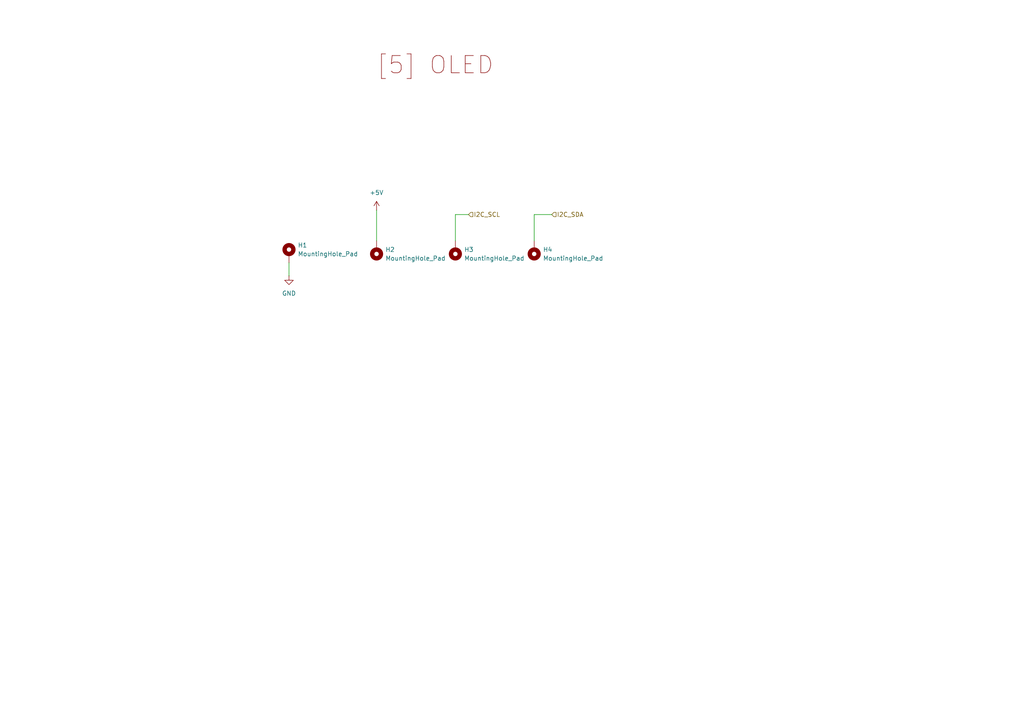
<source format=kicad_sch>
(kicad_sch (version 20231120) (generator "eeschema") (generator_version "8.0")
  (paper "A4")
  (lib_symbols
    (symbol "Mechanical:MountingHole_Pad" (pin_numbers hide) (pin_names (offset 1.016) hide) (exclude_from_sim yes) (in_bom no)
      (property "Reference" "H" (at 0 6.35 0))
      (property "Value" "MountingHole_Pad" (at 0 4.445 0))
      (symbol "MountingHole_Pad_0_1"
        (circle (center 0 1.27) (radius 1.27) (stroke (width 1.27)))
      )
      (symbol "MountingHole_Pad_1_1"
        (pin input line (at 0 -2.54 90) (length 2.54) (name "1") (number "1"))
      )
    )
    (symbol "power:+5V" (power) (pin_numbers hide) (pin_names (offset 0) hide)
      (property "Value" "+5V" (at 0 3.556 0))
      (symbol "+5V_0_1"
        (polyline (pts (xy -0.762 1.27) (xy 0 2.54)))
        (polyline (pts (xy 0 0) (xy 0 2.54)))
        (polyline (pts (xy 0 2.54) (xy 0.762 1.27)))
      )
      (symbol "+5V_1_1"
        (pin power_in line (at 0 0 90) (length 0) (name "~") (number "1"))
      )
    )
    (symbol "power:GND" (power) (pin_numbers hide) (pin_names (offset 0) hide)
      (property "Value" "GND" (at 0 -3.81 0))
      (symbol "GND_0_1"
        (polyline (pts (xy 0 0) (xy 0 -1.27) (xy 1.27 -1.27) (xy 0 -2.54) (xy -1.27 -1.27) (xy 0 -1.27)))
      )
      (symbol "GND_1_1"
        (pin power_in line (at 0 0 270) (length 0) (name "~") (number "1"))
      )
    )
  )
  (wire (pts (xy 109.22 60.96) (xy 109.22 69.85)))
  (wire (pts (xy 132.08 69.85) (xy 132.08 62.23)))
  (wire (pts (xy 83.82 76.2) (xy 83.82 80.01)))
  (wire (pts (xy 154.94 69.85) (xy 154.94 62.23)))
  (wire (pts (xy 132.08 62.23) (xy 135.89 62.23)))
  (wire (pts (xy 154.94 62.23) (xy 160.02 62.23)))
  (text "[5] OLED\n" (at 126.238 19.05 0) (effects (font (size 5 5))))
  (hierarchical_label "I2C_SDA" (shape input) (at 160.02 62.23 0))
  (hierarchical_label "I2C_SCL" (shape input) (at 135.89 62.23 0))
  (symbol (lib_id "power:+5V") (at 109.22 60.96 0) (unit 1)
    (property "Reference" "#PWR041" (effects (hide yes)))
    (property "Value" "+5V" (at 109.22 55.88 0))
    (property "Description" "Power symbol creates a global label with name \"+5V\"" (effects (hide yes)))
  )
  (symbol (lib_id "Mechanical:MountingHole_Pad") (at 83.82 73.66 0) (unit 1) (exclude_from_sim yes) (in_bom no)
    (property "Reference" "H1" (at 86.36 71.1199 0) (effects (justify left)))
    (property "Value" "MountingHole_Pad" (at 86.36 73.6599 0) (effects (justify left)))
    (property "Footprint" "MountingHole:MountingHole_2.1mm" (effects (hide yes)))
    (property "Description" "Mounting Hole with connection" (effects (hide yes)))
  )
  (symbol (lib_id "Mechanical:MountingHole_Pad") (at 109.22 72.39 180) (unit 1) (exclude_from_sim yes) (in_bom no)
    (property "Reference" "H2" (at 111.76 72.3899 0) (effects (justify right)))
    (property "Value" "MountingHole_Pad" (at 111.76 74.9299 0) (effects (justify right)))
    (property "Footprint" "MountingHole:MountingHole_2.1mm" (effects (hide yes)))
    (property "Description" "Mounting Hole with connection" (effects (hide yes)))
  )
  (symbol (lib_id "power:GND") (at 83.82 80.01 0) (unit 1)
    (property "Reference" "#PWR07" (effects (hide yes)))
    (property "Value" "GND" (at 83.82 85.09 0))
    (property "Description" "Power symbol creates a global label with name \"GND\" , ground" (effects (hide yes)))
  )
  (symbol (lib_id "Mechanical:MountingHole_Pad") (at 132.08 72.39 180) (unit 1) (exclude_from_sim yes) (in_bom no)
    (property "Reference" "H3" (at 134.62 72.3899 0) (effects (justify right)))
    (property "Value" "MountingHole_Pad" (at 134.62 74.9299 0) (effects (justify right)))
    (property "Footprint" "MountingHole:MountingHole_2.1mm" (effects (hide yes)))
    (property "Description" "Mounting Hole with connection" (effects (hide yes)))
  )
  (symbol (lib_id "Mechanical:MountingHole_Pad") (at 154.94 72.39 180) (unit 1) (exclude_from_sim yes) (in_bom no)
    (property "Reference" "H4" (at 157.48 72.3899 0) (effects (justify right)))
    (property "Value" "MountingHole_Pad" (at 157.48 74.9299 0) (effects (justify right)))
    (property "Footprint" "MountingHole:MountingHole_2.1mm" (effects (hide yes)))
    (property "Description" "Mounting Hole with connection" (effects (hide yes)))
  )
)
</source>
